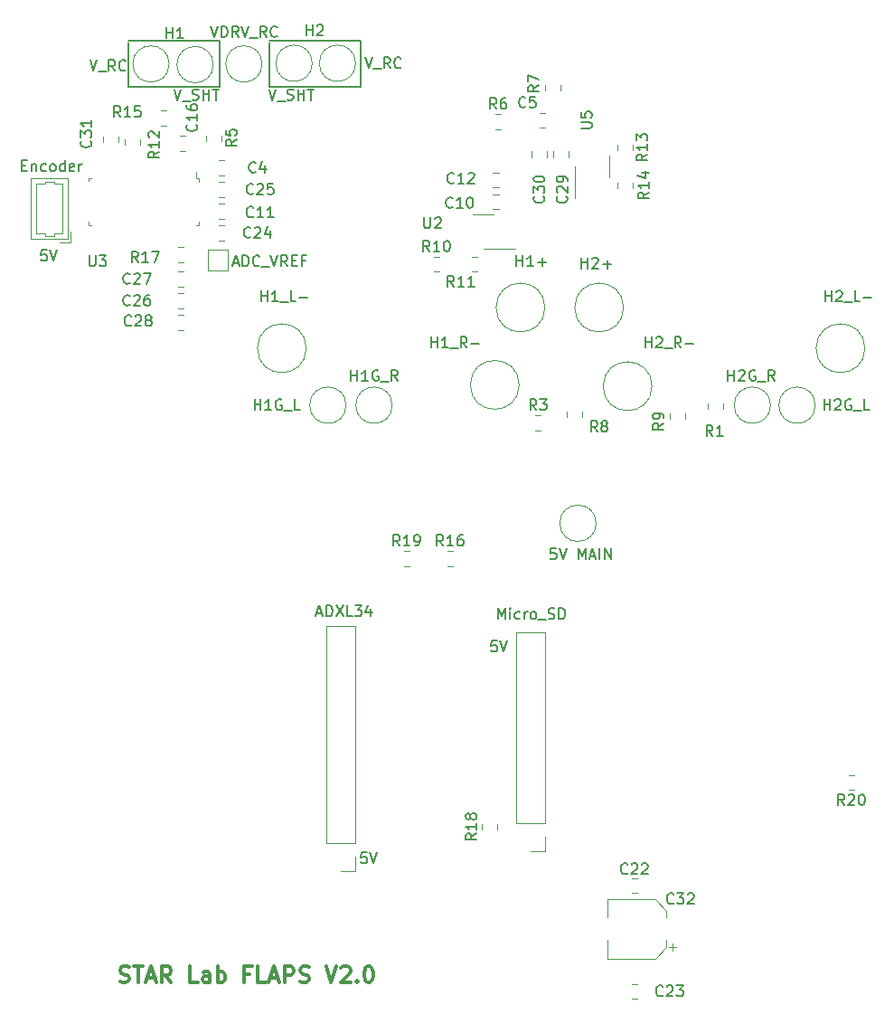
<source format=gbr>
G04 #@! TF.GenerationSoftware,KiCad,Pcbnew,(5.0.1)-3*
G04 #@! TF.CreationDate,2019-01-09T23:58:32-05:00*
G04 #@! TF.ProjectId,SMA_Driver_V1,534D415F4472697665725F56312E6B69,rev?*
G04 #@! TF.SameCoordinates,Original*
G04 #@! TF.FileFunction,Legend,Top*
G04 #@! TF.FilePolarity,Positive*
%FSLAX46Y46*%
G04 Gerber Fmt 4.6, Leading zero omitted, Abs format (unit mm)*
G04 Created by KiCad (PCBNEW (5.0.1)-3) date 1/9/2019 23:58:32*
%MOMM*%
%LPD*%
G01*
G04 APERTURE LIST*
%ADD10C,0.150000*%
%ADD11C,0.200000*%
%ADD12C,0.300000*%
%ADD13C,0.120000*%
%ADD14C,0.100000*%
G04 APERTURE END LIST*
D10*
X46918952Y-55824380D02*
X46918952Y-54824380D01*
X47252285Y-55538666D01*
X47585619Y-54824380D01*
X47585619Y-55824380D01*
X48061809Y-55824380D02*
X48061809Y-55157714D01*
X48061809Y-54824380D02*
X48014190Y-54872000D01*
X48061809Y-54919619D01*
X48109428Y-54872000D01*
X48061809Y-54824380D01*
X48061809Y-54919619D01*
X48966571Y-55776761D02*
X48871333Y-55824380D01*
X48680857Y-55824380D01*
X48585619Y-55776761D01*
X48538000Y-55729142D01*
X48490380Y-55633904D01*
X48490380Y-55348190D01*
X48538000Y-55252952D01*
X48585619Y-55205333D01*
X48680857Y-55157714D01*
X48871333Y-55157714D01*
X48966571Y-55205333D01*
X49395142Y-55824380D02*
X49395142Y-55157714D01*
X49395142Y-55348190D02*
X49442761Y-55252952D01*
X49490380Y-55205333D01*
X49585619Y-55157714D01*
X49680857Y-55157714D01*
X50157047Y-55824380D02*
X50061809Y-55776761D01*
X50014190Y-55729142D01*
X49966571Y-55633904D01*
X49966571Y-55348190D01*
X50014190Y-55252952D01*
X50061809Y-55205333D01*
X50157047Y-55157714D01*
X50299904Y-55157714D01*
X50395142Y-55205333D01*
X50442761Y-55252952D01*
X50490380Y-55348190D01*
X50490380Y-55633904D01*
X50442761Y-55729142D01*
X50395142Y-55776761D01*
X50299904Y-55824380D01*
X50157047Y-55824380D01*
X50680857Y-55919619D02*
X51442761Y-55919619D01*
X51633238Y-55776761D02*
X51776095Y-55824380D01*
X52014190Y-55824380D01*
X52109428Y-55776761D01*
X52157047Y-55729142D01*
X52204666Y-55633904D01*
X52204666Y-55538666D01*
X52157047Y-55443428D01*
X52109428Y-55395809D01*
X52014190Y-55348190D01*
X51823714Y-55300571D01*
X51728476Y-55252952D01*
X51680857Y-55205333D01*
X51633238Y-55110095D01*
X51633238Y-55014857D01*
X51680857Y-54919619D01*
X51728476Y-54872000D01*
X51823714Y-54824380D01*
X52061809Y-54824380D01*
X52204666Y-54872000D01*
X52633238Y-55824380D02*
X52633238Y-54824380D01*
X52871333Y-54824380D01*
X53014190Y-54872000D01*
X53109428Y-54967238D01*
X53157047Y-55062476D01*
X53204666Y-55252952D01*
X53204666Y-55395809D01*
X53157047Y-55586285D01*
X53109428Y-55681523D01*
X53014190Y-55776761D01*
X52871333Y-55824380D01*
X52633238Y-55824380D01*
X29940571Y-55284666D02*
X30416761Y-55284666D01*
X29845333Y-55570380D02*
X30178666Y-54570380D01*
X30512000Y-55570380D01*
X30845333Y-55570380D02*
X30845333Y-54570380D01*
X31083428Y-54570380D01*
X31226285Y-54618000D01*
X31321523Y-54713238D01*
X31369142Y-54808476D01*
X31416761Y-54998952D01*
X31416761Y-55141809D01*
X31369142Y-55332285D01*
X31321523Y-55427523D01*
X31226285Y-55522761D01*
X31083428Y-55570380D01*
X30845333Y-55570380D01*
X31750095Y-54570380D02*
X32416761Y-55570380D01*
X32416761Y-54570380D02*
X31750095Y-55570380D01*
X33273904Y-55570380D02*
X32797714Y-55570380D01*
X32797714Y-54570380D01*
X33512000Y-54570380D02*
X34131047Y-54570380D01*
X33797714Y-54951333D01*
X33940571Y-54951333D01*
X34035809Y-54998952D01*
X34083428Y-55046571D01*
X34131047Y-55141809D01*
X34131047Y-55379904D01*
X34083428Y-55475142D01*
X34035809Y-55522761D01*
X33940571Y-55570380D01*
X33654857Y-55570380D01*
X33559619Y-55522761D01*
X33512000Y-55475142D01*
X34988190Y-54903714D02*
X34988190Y-55570380D01*
X34750095Y-54522761D02*
X34512000Y-55237047D01*
X35131047Y-55237047D01*
X46799523Y-57872380D02*
X46323333Y-57872380D01*
X46275714Y-58348571D01*
X46323333Y-58300952D01*
X46418571Y-58253333D01*
X46656666Y-58253333D01*
X46751904Y-58300952D01*
X46799523Y-58348571D01*
X46847142Y-58443809D01*
X46847142Y-58681904D01*
X46799523Y-58777142D01*
X46751904Y-58824761D01*
X46656666Y-58872380D01*
X46418571Y-58872380D01*
X46323333Y-58824761D01*
X46275714Y-58777142D01*
X47132857Y-57872380D02*
X47466190Y-58872380D01*
X47799523Y-57872380D01*
X34607523Y-77684380D02*
X34131333Y-77684380D01*
X34083714Y-78160571D01*
X34131333Y-78112952D01*
X34226571Y-78065333D01*
X34464666Y-78065333D01*
X34559904Y-78112952D01*
X34607523Y-78160571D01*
X34655142Y-78255809D01*
X34655142Y-78493904D01*
X34607523Y-78589142D01*
X34559904Y-78636761D01*
X34464666Y-78684380D01*
X34226571Y-78684380D01*
X34131333Y-78636761D01*
X34083714Y-78589142D01*
X34940857Y-77684380D02*
X35274190Y-78684380D01*
X35607523Y-77684380D01*
X52340166Y-49236380D02*
X51863976Y-49236380D01*
X51816357Y-49712571D01*
X51863976Y-49664952D01*
X51959214Y-49617333D01*
X52197309Y-49617333D01*
X52292547Y-49664952D01*
X52340166Y-49712571D01*
X52387785Y-49807809D01*
X52387785Y-50045904D01*
X52340166Y-50141142D01*
X52292547Y-50188761D01*
X52197309Y-50236380D01*
X51959214Y-50236380D01*
X51863976Y-50188761D01*
X51816357Y-50141142D01*
X52673500Y-49236380D02*
X53006833Y-50236380D01*
X53340166Y-49236380D01*
X54435404Y-50236380D02*
X54435404Y-49236380D01*
X54768738Y-49950666D01*
X55102071Y-49236380D01*
X55102071Y-50236380D01*
X55530642Y-49950666D02*
X56006833Y-49950666D01*
X55435404Y-50236380D02*
X55768738Y-49236380D01*
X56102071Y-50236380D01*
X56435404Y-50236380D02*
X56435404Y-49236380D01*
X56911595Y-50236380D02*
X56911595Y-49236380D01*
X57483023Y-50236380D01*
X57483023Y-49236380D01*
X22098428Y-22518666D02*
X22574619Y-22518666D01*
X22003190Y-22804380D02*
X22336523Y-21804380D01*
X22669857Y-22804380D01*
X23003190Y-22804380D02*
X23003190Y-21804380D01*
X23241285Y-21804380D01*
X23384142Y-21852000D01*
X23479380Y-21947238D01*
X23527000Y-22042476D01*
X23574619Y-22232952D01*
X23574619Y-22375809D01*
X23527000Y-22566285D01*
X23479380Y-22661523D01*
X23384142Y-22756761D01*
X23241285Y-22804380D01*
X23003190Y-22804380D01*
X24574619Y-22709142D02*
X24527000Y-22756761D01*
X24384142Y-22804380D01*
X24288904Y-22804380D01*
X24146047Y-22756761D01*
X24050809Y-22661523D01*
X24003190Y-22566285D01*
X23955571Y-22375809D01*
X23955571Y-22232952D01*
X24003190Y-22042476D01*
X24050809Y-21947238D01*
X24146047Y-21852000D01*
X24288904Y-21804380D01*
X24384142Y-21804380D01*
X24527000Y-21852000D01*
X24574619Y-21899619D01*
X24765095Y-22899619D02*
X25527000Y-22899619D01*
X25622238Y-21804380D02*
X25955571Y-22804380D01*
X26288904Y-21804380D01*
X27193666Y-22804380D02*
X26860333Y-22328190D01*
X26622238Y-22804380D02*
X26622238Y-21804380D01*
X27003190Y-21804380D01*
X27098428Y-21852000D01*
X27146047Y-21899619D01*
X27193666Y-21994857D01*
X27193666Y-22137714D01*
X27146047Y-22232952D01*
X27098428Y-22280571D01*
X27003190Y-22328190D01*
X26622238Y-22328190D01*
X27622238Y-22280571D02*
X27955571Y-22280571D01*
X28098428Y-22804380D02*
X27622238Y-22804380D01*
X27622238Y-21804380D01*
X28098428Y-21804380D01*
X28860333Y-22280571D02*
X28527000Y-22280571D01*
X28527000Y-22804380D02*
X28527000Y-21804380D01*
X29003190Y-21804380D01*
X20034642Y-341380D02*
X20367976Y-1341380D01*
X20701309Y-341380D01*
X21034642Y-1341380D02*
X21034642Y-341380D01*
X21272738Y-341380D01*
X21415595Y-389000D01*
X21510833Y-484238D01*
X21558452Y-579476D01*
X21606071Y-769952D01*
X21606071Y-912809D01*
X21558452Y-1103285D01*
X21510833Y-1198523D01*
X21415595Y-1293761D01*
X21272738Y-1341380D01*
X21034642Y-1341380D01*
X22606071Y-1341380D02*
X22272738Y-865190D01*
X22034642Y-1341380D02*
X22034642Y-341380D01*
X22415595Y-341380D01*
X22510833Y-389000D01*
X22558452Y-436619D01*
X22606071Y-531857D01*
X22606071Y-674714D01*
X22558452Y-769952D01*
X22510833Y-817571D01*
X22415595Y-865190D01*
X22034642Y-865190D01*
X22891785Y-341380D02*
X23225119Y-1341380D01*
X23558452Y-341380D01*
X23653690Y-1436619D02*
X24415595Y-1436619D01*
X25225119Y-1341380D02*
X24891785Y-865190D01*
X24653690Y-1341380D02*
X24653690Y-341380D01*
X25034642Y-341380D01*
X25129880Y-389000D01*
X25177500Y-436619D01*
X25225119Y-531857D01*
X25225119Y-674714D01*
X25177500Y-769952D01*
X25129880Y-817571D01*
X25034642Y-865190D01*
X24653690Y-865190D01*
X26225119Y-1246142D02*
X26177500Y-1293761D01*
X26034642Y-1341380D01*
X25939404Y-1341380D01*
X25796547Y-1293761D01*
X25701309Y-1198523D01*
X25653690Y-1103285D01*
X25606071Y-912809D01*
X25606071Y-769952D01*
X25653690Y-579476D01*
X25701309Y-484238D01*
X25796547Y-389000D01*
X25939404Y-341380D01*
X26034642Y-341380D01*
X26177500Y-389000D01*
X26225119Y-436619D01*
X28956095Y-1214380D02*
X28956095Y-214380D01*
X28956095Y-690571D02*
X29527523Y-690571D01*
X29527523Y-1214380D02*
X29527523Y-214380D01*
X29956095Y-309619D02*
X30003714Y-262000D01*
X30098952Y-214380D01*
X30337047Y-214380D01*
X30432285Y-262000D01*
X30479904Y-309619D01*
X30527523Y-404857D01*
X30527523Y-500095D01*
X30479904Y-642952D01*
X29908476Y-1214380D01*
X30527523Y-1214380D01*
X15875095Y-1468380D02*
X15875095Y-468380D01*
X15875095Y-944571D02*
X16446523Y-944571D01*
X16446523Y-1468380D02*
X16446523Y-468380D01*
X17446523Y-1468380D02*
X16875095Y-1468380D01*
X17160809Y-1468380D02*
X17160809Y-468380D01*
X17065571Y-611238D01*
X16970333Y-706476D01*
X16875095Y-754095D01*
X34480714Y-3263380D02*
X34814047Y-4263380D01*
X35147380Y-3263380D01*
X35242619Y-4358619D02*
X36004523Y-4358619D01*
X36814047Y-4263380D02*
X36480714Y-3787190D01*
X36242619Y-4263380D02*
X36242619Y-3263380D01*
X36623571Y-3263380D01*
X36718809Y-3311000D01*
X36766428Y-3358619D01*
X36814047Y-3453857D01*
X36814047Y-3596714D01*
X36766428Y-3691952D01*
X36718809Y-3739571D01*
X36623571Y-3787190D01*
X36242619Y-3787190D01*
X37814047Y-4168142D02*
X37766428Y-4215761D01*
X37623571Y-4263380D01*
X37528333Y-4263380D01*
X37385476Y-4215761D01*
X37290238Y-4120523D01*
X37242619Y-4025285D01*
X37195000Y-3834809D01*
X37195000Y-3691952D01*
X37242619Y-3501476D01*
X37290238Y-3406238D01*
X37385476Y-3311000D01*
X37528333Y-3263380D01*
X37623571Y-3263380D01*
X37766428Y-3311000D01*
X37814047Y-3358619D01*
X8699714Y-3517380D02*
X9033047Y-4517380D01*
X9366380Y-3517380D01*
X9461619Y-4612619D02*
X10223523Y-4612619D01*
X11033047Y-4517380D02*
X10699714Y-4041190D01*
X10461619Y-4517380D02*
X10461619Y-3517380D01*
X10842571Y-3517380D01*
X10937809Y-3565000D01*
X10985428Y-3612619D01*
X11033047Y-3707857D01*
X11033047Y-3850714D01*
X10985428Y-3945952D01*
X10937809Y-3993571D01*
X10842571Y-4041190D01*
X10461619Y-4041190D01*
X12033047Y-4422142D02*
X11985428Y-4469761D01*
X11842571Y-4517380D01*
X11747333Y-4517380D01*
X11604476Y-4469761D01*
X11509238Y-4374523D01*
X11461619Y-4279285D01*
X11414000Y-4088809D01*
X11414000Y-3945952D01*
X11461619Y-3755476D01*
X11509238Y-3660238D01*
X11604476Y-3565000D01*
X11747333Y-3517380D01*
X11842571Y-3517380D01*
X11985428Y-3565000D01*
X12033047Y-3612619D01*
X25463761Y-6247380D02*
X25797095Y-7247380D01*
X26130428Y-6247380D01*
X26225666Y-7342619D02*
X26987571Y-7342619D01*
X27178047Y-7199761D02*
X27320904Y-7247380D01*
X27559000Y-7247380D01*
X27654238Y-7199761D01*
X27701857Y-7152142D01*
X27749476Y-7056904D01*
X27749476Y-6961666D01*
X27701857Y-6866428D01*
X27654238Y-6818809D01*
X27559000Y-6771190D01*
X27368523Y-6723571D01*
X27273285Y-6675952D01*
X27225666Y-6628333D01*
X27178047Y-6533095D01*
X27178047Y-6437857D01*
X27225666Y-6342619D01*
X27273285Y-6295000D01*
X27368523Y-6247380D01*
X27606619Y-6247380D01*
X27749476Y-6295000D01*
X28178047Y-7247380D02*
X28178047Y-6247380D01*
X28178047Y-6723571D02*
X28749476Y-6723571D01*
X28749476Y-7247380D02*
X28749476Y-6247380D01*
X29082809Y-6247380D02*
X29654238Y-6247380D01*
X29368523Y-7247380D02*
X29368523Y-6247380D01*
X16573761Y-6247380D02*
X16907095Y-7247380D01*
X17240428Y-6247380D01*
X17335666Y-7342619D02*
X18097571Y-7342619D01*
X18288047Y-7199761D02*
X18430904Y-7247380D01*
X18669000Y-7247380D01*
X18764238Y-7199761D01*
X18811857Y-7152142D01*
X18859476Y-7056904D01*
X18859476Y-6961666D01*
X18811857Y-6866428D01*
X18764238Y-6818809D01*
X18669000Y-6771190D01*
X18478523Y-6723571D01*
X18383285Y-6675952D01*
X18335666Y-6628333D01*
X18288047Y-6533095D01*
X18288047Y-6437857D01*
X18335666Y-6342619D01*
X18383285Y-6295000D01*
X18478523Y-6247380D01*
X18716619Y-6247380D01*
X18859476Y-6295000D01*
X19288047Y-7247380D02*
X19288047Y-6247380D01*
X19288047Y-6723571D02*
X19859476Y-6723571D01*
X19859476Y-7247380D02*
X19859476Y-6247380D01*
X20192809Y-6247380D02*
X20764238Y-6247380D01*
X20478523Y-7247380D02*
X20478523Y-6247380D01*
D11*
X34036000Y-1714500D02*
X34036000Y-6032500D01*
X34036000Y-6032500D02*
X25527000Y-6032500D01*
X25527000Y-1714500D02*
X34036000Y-1714500D01*
X25527000Y-6032500D02*
X25527000Y-1841500D01*
X12319000Y-6032500D02*
X12319000Y-1841500D01*
X20828000Y-6032500D02*
X12319000Y-6032500D01*
X20828000Y-1714500D02*
X20828000Y-6032500D01*
X12319000Y-1714500D02*
X20828000Y-1714500D01*
D10*
X4635523Y-21296380D02*
X4159333Y-21296380D01*
X4111714Y-21772571D01*
X4159333Y-21724952D01*
X4254571Y-21677333D01*
X4492666Y-21677333D01*
X4587904Y-21724952D01*
X4635523Y-21772571D01*
X4683142Y-21867809D01*
X4683142Y-22105904D01*
X4635523Y-22201142D01*
X4587904Y-22248761D01*
X4492666Y-22296380D01*
X4254571Y-22296380D01*
X4159333Y-22248761D01*
X4111714Y-22201142D01*
X4968857Y-21296380D02*
X5302190Y-22296380D01*
X5635523Y-21296380D01*
X2341904Y-13390571D02*
X2675238Y-13390571D01*
X2818095Y-13914380D02*
X2341904Y-13914380D01*
X2341904Y-12914380D01*
X2818095Y-12914380D01*
X3246666Y-13247714D02*
X3246666Y-13914380D01*
X3246666Y-13342952D02*
X3294285Y-13295333D01*
X3389523Y-13247714D01*
X3532380Y-13247714D01*
X3627619Y-13295333D01*
X3675238Y-13390571D01*
X3675238Y-13914380D01*
X4580000Y-13866761D02*
X4484761Y-13914380D01*
X4294285Y-13914380D01*
X4199047Y-13866761D01*
X4151428Y-13819142D01*
X4103809Y-13723904D01*
X4103809Y-13438190D01*
X4151428Y-13342952D01*
X4199047Y-13295333D01*
X4294285Y-13247714D01*
X4484761Y-13247714D01*
X4580000Y-13295333D01*
X5151428Y-13914380D02*
X5056190Y-13866761D01*
X5008571Y-13819142D01*
X4960952Y-13723904D01*
X4960952Y-13438190D01*
X5008571Y-13342952D01*
X5056190Y-13295333D01*
X5151428Y-13247714D01*
X5294285Y-13247714D01*
X5389523Y-13295333D01*
X5437142Y-13342952D01*
X5484761Y-13438190D01*
X5484761Y-13723904D01*
X5437142Y-13819142D01*
X5389523Y-13866761D01*
X5294285Y-13914380D01*
X5151428Y-13914380D01*
X6341904Y-13914380D02*
X6341904Y-12914380D01*
X6341904Y-13866761D02*
X6246666Y-13914380D01*
X6056190Y-13914380D01*
X5960952Y-13866761D01*
X5913333Y-13819142D01*
X5865714Y-13723904D01*
X5865714Y-13438190D01*
X5913333Y-13342952D01*
X5960952Y-13295333D01*
X6056190Y-13247714D01*
X6246666Y-13247714D01*
X6341904Y-13295333D01*
X7199047Y-13866761D02*
X7103809Y-13914380D01*
X6913333Y-13914380D01*
X6818095Y-13866761D01*
X6770476Y-13771523D01*
X6770476Y-13390571D01*
X6818095Y-13295333D01*
X6913333Y-13247714D01*
X7103809Y-13247714D01*
X7199047Y-13295333D01*
X7246666Y-13390571D01*
X7246666Y-13485809D01*
X6770476Y-13581047D01*
X7675238Y-13914380D02*
X7675238Y-13247714D01*
X7675238Y-13438190D02*
X7722857Y-13342952D01*
X7770476Y-13295333D01*
X7865714Y-13247714D01*
X7960952Y-13247714D01*
X24114380Y-36268380D02*
X24114380Y-35268380D01*
X24114380Y-35744571D02*
X24685809Y-35744571D01*
X24685809Y-36268380D02*
X24685809Y-35268380D01*
X25685809Y-36268380D02*
X25114380Y-36268380D01*
X25400095Y-36268380D02*
X25400095Y-35268380D01*
X25304857Y-35411238D01*
X25209619Y-35506476D01*
X25114380Y-35554095D01*
X26638190Y-35316000D02*
X26542952Y-35268380D01*
X26400095Y-35268380D01*
X26257238Y-35316000D01*
X26162000Y-35411238D01*
X26114380Y-35506476D01*
X26066761Y-35696952D01*
X26066761Y-35839809D01*
X26114380Y-36030285D01*
X26162000Y-36125523D01*
X26257238Y-36220761D01*
X26400095Y-36268380D01*
X26495333Y-36268380D01*
X26638190Y-36220761D01*
X26685809Y-36173142D01*
X26685809Y-35839809D01*
X26495333Y-35839809D01*
X26876285Y-36363619D02*
X27638190Y-36363619D01*
X28352476Y-36268380D02*
X27876285Y-36268380D01*
X27876285Y-35268380D01*
X33163142Y-33537380D02*
X33163142Y-32537380D01*
X33163142Y-33013571D02*
X33734571Y-33013571D01*
X33734571Y-33537380D02*
X33734571Y-32537380D01*
X34734571Y-33537380D02*
X34163142Y-33537380D01*
X34448857Y-33537380D02*
X34448857Y-32537380D01*
X34353619Y-32680238D01*
X34258380Y-32775476D01*
X34163142Y-32823095D01*
X35686952Y-32585000D02*
X35591714Y-32537380D01*
X35448857Y-32537380D01*
X35306000Y-32585000D01*
X35210761Y-32680238D01*
X35163142Y-32775476D01*
X35115523Y-32965952D01*
X35115523Y-33108809D01*
X35163142Y-33299285D01*
X35210761Y-33394523D01*
X35306000Y-33489761D01*
X35448857Y-33537380D01*
X35544095Y-33537380D01*
X35686952Y-33489761D01*
X35734571Y-33442142D01*
X35734571Y-33108809D01*
X35544095Y-33108809D01*
X35925047Y-33632619D02*
X36686952Y-33632619D01*
X37496476Y-33537380D02*
X37163142Y-33061190D01*
X36925047Y-33537380D02*
X36925047Y-32537380D01*
X37306000Y-32537380D01*
X37401238Y-32585000D01*
X37448857Y-32632619D01*
X37496476Y-32727857D01*
X37496476Y-32870714D01*
X37448857Y-32965952D01*
X37401238Y-33013571D01*
X37306000Y-33061190D01*
X36925047Y-33061190D01*
X24757333Y-26108380D02*
X24757333Y-25108380D01*
X24757333Y-25584571D02*
X25328761Y-25584571D01*
X25328761Y-26108380D02*
X25328761Y-25108380D01*
X26328761Y-26108380D02*
X25757333Y-26108380D01*
X26043047Y-26108380D02*
X26043047Y-25108380D01*
X25947809Y-25251238D01*
X25852571Y-25346476D01*
X25757333Y-25394095D01*
X26519238Y-26203619D02*
X27281142Y-26203619D01*
X27995428Y-26108380D02*
X27519238Y-26108380D01*
X27519238Y-25108380D01*
X28328761Y-25727428D02*
X29090666Y-25727428D01*
X77589333Y-26108380D02*
X77589333Y-25108380D01*
X77589333Y-25584571D02*
X78160761Y-25584571D01*
X78160761Y-26108380D02*
X78160761Y-25108380D01*
X78589333Y-25203619D02*
X78636952Y-25156000D01*
X78732190Y-25108380D01*
X78970285Y-25108380D01*
X79065523Y-25156000D01*
X79113142Y-25203619D01*
X79160761Y-25298857D01*
X79160761Y-25394095D01*
X79113142Y-25536952D01*
X78541714Y-26108380D01*
X79160761Y-26108380D01*
X79351238Y-26203619D02*
X80113142Y-26203619D01*
X80827428Y-26108380D02*
X80351238Y-26108380D01*
X80351238Y-25108380D01*
X81160761Y-25727428D02*
X81922666Y-25727428D01*
X77454380Y-36268380D02*
X77454380Y-35268380D01*
X77454380Y-35744571D02*
X78025809Y-35744571D01*
X78025809Y-36268380D02*
X78025809Y-35268380D01*
X78454380Y-35363619D02*
X78502000Y-35316000D01*
X78597238Y-35268380D01*
X78835333Y-35268380D01*
X78930571Y-35316000D01*
X78978190Y-35363619D01*
X79025809Y-35458857D01*
X79025809Y-35554095D01*
X78978190Y-35696952D01*
X78406761Y-36268380D01*
X79025809Y-36268380D01*
X79978190Y-35316000D02*
X79882952Y-35268380D01*
X79740095Y-35268380D01*
X79597238Y-35316000D01*
X79502000Y-35411238D01*
X79454380Y-35506476D01*
X79406761Y-35696952D01*
X79406761Y-35839809D01*
X79454380Y-36030285D01*
X79502000Y-36125523D01*
X79597238Y-36220761D01*
X79740095Y-36268380D01*
X79835333Y-36268380D01*
X79978190Y-36220761D01*
X80025809Y-36173142D01*
X80025809Y-35839809D01*
X79835333Y-35839809D01*
X80216285Y-36363619D02*
X80978190Y-36363619D01*
X81692476Y-36268380D02*
X81216285Y-36268380D01*
X81216285Y-35268380D01*
X68469142Y-33537380D02*
X68469142Y-32537380D01*
X68469142Y-33013571D02*
X69040571Y-33013571D01*
X69040571Y-33537380D02*
X69040571Y-32537380D01*
X69469142Y-32632619D02*
X69516761Y-32585000D01*
X69612000Y-32537380D01*
X69850095Y-32537380D01*
X69945333Y-32585000D01*
X69992952Y-32632619D01*
X70040571Y-32727857D01*
X70040571Y-32823095D01*
X69992952Y-32965952D01*
X69421523Y-33537380D01*
X70040571Y-33537380D01*
X70992952Y-32585000D02*
X70897714Y-32537380D01*
X70754857Y-32537380D01*
X70612000Y-32585000D01*
X70516761Y-32680238D01*
X70469142Y-32775476D01*
X70421523Y-32965952D01*
X70421523Y-33108809D01*
X70469142Y-33299285D01*
X70516761Y-33394523D01*
X70612000Y-33489761D01*
X70754857Y-33537380D01*
X70850095Y-33537380D01*
X70992952Y-33489761D01*
X71040571Y-33442142D01*
X71040571Y-33108809D01*
X70850095Y-33108809D01*
X71231047Y-33632619D02*
X71992952Y-33632619D01*
X72802476Y-33537380D02*
X72469142Y-33061190D01*
X72231047Y-33537380D02*
X72231047Y-32537380D01*
X72612000Y-32537380D01*
X72707238Y-32585000D01*
X72754857Y-32632619D01*
X72802476Y-32727857D01*
X72802476Y-32870714D01*
X72754857Y-32965952D01*
X72707238Y-33013571D01*
X72612000Y-33061190D01*
X72231047Y-33061190D01*
X60730095Y-30424380D02*
X60730095Y-29424380D01*
X60730095Y-29900571D02*
X61301523Y-29900571D01*
X61301523Y-30424380D02*
X61301523Y-29424380D01*
X61730095Y-29519619D02*
X61777714Y-29472000D01*
X61872952Y-29424380D01*
X62111047Y-29424380D01*
X62206285Y-29472000D01*
X62253904Y-29519619D01*
X62301523Y-29614857D01*
X62301523Y-29710095D01*
X62253904Y-29852952D01*
X61682476Y-30424380D01*
X62301523Y-30424380D01*
X62492000Y-30519619D02*
X63253904Y-30519619D01*
X64063428Y-30424380D02*
X63730095Y-29948190D01*
X63492000Y-30424380D02*
X63492000Y-29424380D01*
X63872952Y-29424380D01*
X63968190Y-29472000D01*
X64015809Y-29519619D01*
X64063428Y-29614857D01*
X64063428Y-29757714D01*
X64015809Y-29852952D01*
X63968190Y-29900571D01*
X63872952Y-29948190D01*
X63492000Y-29948190D01*
X64492000Y-30043428D02*
X65253904Y-30043428D01*
X40664095Y-30424380D02*
X40664095Y-29424380D01*
X40664095Y-29900571D02*
X41235523Y-29900571D01*
X41235523Y-30424380D02*
X41235523Y-29424380D01*
X42235523Y-30424380D02*
X41664095Y-30424380D01*
X41949809Y-30424380D02*
X41949809Y-29424380D01*
X41854571Y-29567238D01*
X41759333Y-29662476D01*
X41664095Y-29710095D01*
X42426000Y-30519619D02*
X43187904Y-30519619D01*
X43997428Y-30424380D02*
X43664095Y-29948190D01*
X43426000Y-30424380D02*
X43426000Y-29424380D01*
X43806952Y-29424380D01*
X43902190Y-29472000D01*
X43949809Y-29519619D01*
X43997428Y-29614857D01*
X43997428Y-29757714D01*
X43949809Y-29852952D01*
X43902190Y-29900571D01*
X43806952Y-29948190D01*
X43426000Y-29948190D01*
X44426000Y-30043428D02*
X45187904Y-30043428D01*
X54753047Y-22995380D02*
X54753047Y-21995380D01*
X54753047Y-22471571D02*
X55324476Y-22471571D01*
X55324476Y-22995380D02*
X55324476Y-21995380D01*
X55753047Y-22090619D02*
X55800666Y-22043000D01*
X55895904Y-21995380D01*
X56134000Y-21995380D01*
X56229238Y-22043000D01*
X56276857Y-22090619D01*
X56324476Y-22185857D01*
X56324476Y-22281095D01*
X56276857Y-22423952D01*
X55705428Y-22995380D01*
X56324476Y-22995380D01*
X56753047Y-22614428D02*
X57514952Y-22614428D01*
X57134000Y-22995380D02*
X57134000Y-22233476D01*
X48657047Y-22804380D02*
X48657047Y-21804380D01*
X48657047Y-22280571D02*
X49228476Y-22280571D01*
X49228476Y-22804380D02*
X49228476Y-21804380D01*
X50228476Y-22804380D02*
X49657047Y-22804380D01*
X49942761Y-22804380D02*
X49942761Y-21804380D01*
X49847523Y-21947238D01*
X49752285Y-22042476D01*
X49657047Y-22090095D01*
X50657047Y-22423428D02*
X51418952Y-22423428D01*
X51038000Y-22804380D02*
X51038000Y-22042476D01*
D12*
X11510857Y-89761142D02*
X11725142Y-89832571D01*
X12082285Y-89832571D01*
X12225142Y-89761142D01*
X12296571Y-89689714D01*
X12368000Y-89546857D01*
X12368000Y-89404000D01*
X12296571Y-89261142D01*
X12225142Y-89189714D01*
X12082285Y-89118285D01*
X11796571Y-89046857D01*
X11653714Y-88975428D01*
X11582285Y-88904000D01*
X11510857Y-88761142D01*
X11510857Y-88618285D01*
X11582285Y-88475428D01*
X11653714Y-88404000D01*
X11796571Y-88332571D01*
X12153714Y-88332571D01*
X12368000Y-88404000D01*
X12796571Y-88332571D02*
X13653714Y-88332571D01*
X13225142Y-89832571D02*
X13225142Y-88332571D01*
X14082285Y-89404000D02*
X14796571Y-89404000D01*
X13939428Y-89832571D02*
X14439428Y-88332571D01*
X14939428Y-89832571D01*
X16296571Y-89832571D02*
X15796571Y-89118285D01*
X15439428Y-89832571D02*
X15439428Y-88332571D01*
X16010857Y-88332571D01*
X16153714Y-88404000D01*
X16225142Y-88475428D01*
X16296571Y-88618285D01*
X16296571Y-88832571D01*
X16225142Y-88975428D01*
X16153714Y-89046857D01*
X16010857Y-89118285D01*
X15439428Y-89118285D01*
X18796571Y-89832571D02*
X18082285Y-89832571D01*
X18082285Y-88332571D01*
X19939428Y-89832571D02*
X19939428Y-89046857D01*
X19868000Y-88904000D01*
X19725142Y-88832571D01*
X19439428Y-88832571D01*
X19296571Y-88904000D01*
X19939428Y-89761142D02*
X19796571Y-89832571D01*
X19439428Y-89832571D01*
X19296571Y-89761142D01*
X19225142Y-89618285D01*
X19225142Y-89475428D01*
X19296571Y-89332571D01*
X19439428Y-89261142D01*
X19796571Y-89261142D01*
X19939428Y-89189714D01*
X20653714Y-89832571D02*
X20653714Y-88332571D01*
X20653714Y-88904000D02*
X20796571Y-88832571D01*
X21082285Y-88832571D01*
X21225142Y-88904000D01*
X21296571Y-88975428D01*
X21368000Y-89118285D01*
X21368000Y-89546857D01*
X21296571Y-89689714D01*
X21225142Y-89761142D01*
X21082285Y-89832571D01*
X20796571Y-89832571D01*
X20653714Y-89761142D01*
X23653714Y-89046857D02*
X23153714Y-89046857D01*
X23153714Y-89832571D02*
X23153714Y-88332571D01*
X23868000Y-88332571D01*
X25153714Y-89832571D02*
X24439428Y-89832571D01*
X24439428Y-88332571D01*
X25582285Y-89404000D02*
X26296571Y-89404000D01*
X25439428Y-89832571D02*
X25939428Y-88332571D01*
X26439428Y-89832571D01*
X26939428Y-89832571D02*
X26939428Y-88332571D01*
X27510857Y-88332571D01*
X27653714Y-88404000D01*
X27725142Y-88475428D01*
X27796571Y-88618285D01*
X27796571Y-88832571D01*
X27725142Y-88975428D01*
X27653714Y-89046857D01*
X27510857Y-89118285D01*
X26939428Y-89118285D01*
X28368000Y-89761142D02*
X28582285Y-89832571D01*
X28939428Y-89832571D01*
X29082285Y-89761142D01*
X29153714Y-89689714D01*
X29225142Y-89546857D01*
X29225142Y-89404000D01*
X29153714Y-89261142D01*
X29082285Y-89189714D01*
X28939428Y-89118285D01*
X28653714Y-89046857D01*
X28510857Y-88975428D01*
X28439428Y-88904000D01*
X28368000Y-88761142D01*
X28368000Y-88618285D01*
X28439428Y-88475428D01*
X28510857Y-88404000D01*
X28653714Y-88332571D01*
X29010857Y-88332571D01*
X29225142Y-88404000D01*
X30796571Y-88332571D02*
X31296571Y-89832571D01*
X31796571Y-88332571D01*
X32225142Y-88475428D02*
X32296571Y-88404000D01*
X32439428Y-88332571D01*
X32796571Y-88332571D01*
X32939428Y-88404000D01*
X33010857Y-88475428D01*
X33082285Y-88618285D01*
X33082285Y-88761142D01*
X33010857Y-88975428D01*
X32153714Y-89832571D01*
X33082285Y-89832571D01*
X33725142Y-89689714D02*
X33796571Y-89761142D01*
X33725142Y-89832571D01*
X33653714Y-89761142D01*
X33725142Y-89689714D01*
X33725142Y-89832571D01*
X34725142Y-88332571D02*
X34868000Y-88332571D01*
X35010857Y-88404000D01*
X35082285Y-88475428D01*
X35153714Y-88618285D01*
X35225142Y-88904000D01*
X35225142Y-89261142D01*
X35153714Y-89546857D01*
X35082285Y-89689714D01*
X35010857Y-89761142D01*
X34868000Y-89832571D01*
X34725142Y-89832571D01*
X34582285Y-89761142D01*
X34510857Y-89689714D01*
X34439428Y-89546857D01*
X34368000Y-89261142D01*
X34368000Y-88904000D01*
X34439428Y-88618285D01*
X34510857Y-88475428D01*
X34582285Y-88404000D01*
X34725142Y-88332571D01*
D13*
G04 #@! TO.C,R20*
X80268578Y-71830000D02*
X79751422Y-71830000D01*
X80268578Y-70410000D02*
X79751422Y-70410000D01*
G04 #@! TO.C,C32*
X57184000Y-82076000D02*
X57184000Y-83776000D01*
X57184000Y-87596000D02*
X57184000Y-85896000D01*
X61639563Y-87596000D02*
X57184000Y-87596000D01*
X61639563Y-82076000D02*
X57184000Y-82076000D01*
X62704000Y-83140437D02*
X62704000Y-83776000D01*
X62704000Y-86531563D02*
X62704000Y-85896000D01*
X62704000Y-86531563D02*
X61639563Y-87596000D01*
X62704000Y-83140437D02*
X61639563Y-82076000D01*
X63569000Y-86521000D02*
X62944000Y-86521000D01*
X63256500Y-86833500D02*
X63256500Y-86208500D01*
G04 #@! TO.C,C23*
X59428748Y-91388000D02*
X59951252Y-91388000D01*
X59428748Y-89968000D02*
X59951252Y-89968000D01*
G04 #@! TO.C,C22*
X59951252Y-81482000D02*
X59428748Y-81482000D01*
X59951252Y-80062000D02*
X59428748Y-80062000D01*
G04 #@! TO.C,TP22*
X19751000Y-21275000D02*
X21651000Y-21275000D01*
X21651000Y-21275000D02*
X21651000Y-23175000D01*
X21651000Y-23175000D02*
X19751000Y-23175000D01*
X19751000Y-23175000D02*
X19751000Y-21275000D01*
G04 #@! TO.C,TP17*
X72439000Y-35814000D02*
G75*
G03X72439000Y-35814000I-1700000J0D01*
G01*
G04 #@! TO.C,TP7*
X76630000Y-35814000D02*
G75*
G03X76630000Y-35814000I-1700000J0D01*
G01*
G04 #@! TO.C,TP11*
X61341000Y-34036000D02*
G75*
G03X61341000Y-34036000I-2286000J0D01*
G01*
G04 #@! TO.C,TP10*
X58674000Y-26670000D02*
G75*
G03X58674000Y-26670000I-2286000J0D01*
G01*
G04 #@! TO.C,TP8*
X81280000Y-30480000D02*
G75*
G03X81280000Y-30480000I-2286000J0D01*
G01*
G04 #@! TO.C,TP4*
X37006000Y-35814000D02*
G75*
G03X37006000Y-35814000I-1700000J0D01*
G01*
G04 #@! TO.C,TP6*
X32688000Y-35814000D02*
G75*
G03X32688000Y-35814000I-1700000J0D01*
G01*
G04 #@! TO.C,TP15*
X28956000Y-30480000D02*
G75*
G03X28956000Y-30480000I-2286000J0D01*
G01*
G04 #@! TO.C,TP16*
X51308000Y-26670000D02*
G75*
G03X51308000Y-26670000I-2286000J0D01*
G01*
G04 #@! TO.C,TP18*
X48895000Y-33909000D02*
G75*
G03X48895000Y-33909000I-2286000J0D01*
G01*
G04 #@! TO.C,C4*
X20744548Y-12879000D02*
X21267052Y-12879000D01*
X20744548Y-14299000D02*
X21267052Y-14299000D01*
G04 #@! TO.C,U2*
X44542200Y-17963400D02*
X46542200Y-17963400D01*
X45542200Y-21203400D02*
X48542200Y-21203400D01*
G04 #@! TO.C,R10*
X40889422Y-21896000D02*
X41406578Y-21896000D01*
X40889422Y-23316000D02*
X41406578Y-23316000D01*
G04 #@! TO.C,R14*
X59511000Y-15498578D02*
X59511000Y-14981422D01*
X58091000Y-15498578D02*
X58091000Y-14981422D01*
G04 #@! TO.C,R11*
X44962578Y-23316000D02*
X44445422Y-23316000D01*
X44962578Y-21896000D02*
X44445422Y-21896000D01*
G04 #@! TO.C,C29*
X53542000Y-12057748D02*
X53542000Y-12580252D01*
X52122000Y-12057748D02*
X52122000Y-12580252D01*
G04 #@! TO.C,C30*
X50090000Y-12057748D02*
X50090000Y-12580252D01*
X51510000Y-12057748D02*
X51510000Y-12580252D01*
G04 #@! TO.C,C31*
X9958000Y-11183252D02*
X9958000Y-10660748D01*
X11378000Y-11183252D02*
X11378000Y-10660748D01*
G04 #@! TO.C,J2*
X3174000Y-20279000D02*
X6594000Y-20279000D01*
X6594000Y-20279000D02*
X6594000Y-14559000D01*
X6594000Y-14559000D02*
X3174000Y-14559000D01*
X3174000Y-14559000D02*
X3174000Y-20279000D01*
X6084000Y-17419000D02*
X6084000Y-19769000D01*
X6084000Y-19769000D02*
X5334000Y-19769000D01*
X5334000Y-19769000D02*
X5334000Y-19969000D01*
X5334000Y-19969000D02*
X4534000Y-19969000D01*
X4534000Y-19969000D02*
X4534000Y-19769000D01*
X4534000Y-19769000D02*
X3684000Y-19769000D01*
X3684000Y-19769000D02*
X3684000Y-17419000D01*
X6084000Y-17419000D02*
X6084000Y-15069000D01*
X6084000Y-15069000D02*
X5334000Y-15069000D01*
X5334000Y-15069000D02*
X5334000Y-14869000D01*
X5334000Y-14869000D02*
X4534000Y-14869000D01*
X4534000Y-14869000D02*
X4534000Y-15069000D01*
X4534000Y-15069000D02*
X3684000Y-15069000D01*
X3684000Y-15069000D02*
X3684000Y-17419000D01*
X6884000Y-20569000D02*
X5884000Y-20569000D01*
X6884000Y-20569000D02*
X6884000Y-19569000D01*
G04 #@! TO.C,U5*
X57373000Y-12462000D02*
X57373000Y-14462000D01*
X54133000Y-13462000D02*
X54133000Y-16462000D01*
G04 #@! TO.C,R15*
X11990000Y-11434578D02*
X11990000Y-10917422D01*
X13410000Y-11434578D02*
X13410000Y-10917422D01*
G04 #@! TO.C,R19*
X38095422Y-50875000D02*
X38612578Y-50875000D01*
X38095422Y-49455000D02*
X38612578Y-49455000D01*
G04 #@! TO.C,R16*
X42159422Y-49455000D02*
X42676578Y-49455000D01*
X42159422Y-50875000D02*
X42676578Y-50875000D01*
G04 #@! TO.C,R13*
X59511000Y-11425422D02*
X59511000Y-11942578D01*
X58091000Y-11425422D02*
X58091000Y-11942578D01*
G04 #@! TO.C,R1*
X66600000Y-35633922D02*
X66600000Y-36151078D01*
X68020000Y-35633922D02*
X68020000Y-36151078D01*
G04 #@! TO.C,R9*
X63044000Y-37088578D02*
X63044000Y-36571422D01*
X64464000Y-37088578D02*
X64464000Y-36571422D01*
G04 #@! TO.C,TP21*
X33577000Y-3810000D02*
G75*
G03X33577000Y-3810000I-1700000J0D01*
G01*
G04 #@! TO.C,TP20*
X29513000Y-3810000D02*
G75*
G03X29513000Y-3810000I-1700000J0D01*
G01*
G04 #@! TO.C,C11*
X20744548Y-18363000D02*
X21267052Y-18363000D01*
X20744548Y-16943000D02*
X21267052Y-16943000D01*
G04 #@! TO.C,C28*
X17457052Y-28777000D02*
X16934548Y-28777000D01*
X17457052Y-27357000D02*
X16934548Y-27357000D01*
G04 #@! TO.C,C5*
X50792748Y-9854000D02*
X51315252Y-9854000D01*
X50792748Y-8434000D02*
X51315252Y-8434000D01*
G04 #@! TO.C,C10*
X46449348Y-16054000D02*
X46971852Y-16054000D01*
X46449348Y-17474000D02*
X46971852Y-17474000D01*
G04 #@! TO.C,C12*
X46449348Y-15442000D02*
X46971852Y-15442000D01*
X46449348Y-14022000D02*
X46971852Y-14022000D01*
G04 #@! TO.C,C16*
X15831452Y-8218100D02*
X15308948Y-8218100D01*
X15831452Y-9638100D02*
X15308948Y-9638100D01*
G04 #@! TO.C,C24*
X20744548Y-18975000D02*
X21267052Y-18975000D01*
X20744548Y-20395000D02*
X21267052Y-20395000D01*
G04 #@! TO.C,C25*
X20744548Y-16331000D02*
X21267052Y-16331000D01*
X20744548Y-14911000D02*
X21267052Y-14911000D01*
G04 #@! TO.C,C26*
X17457052Y-25325000D02*
X16934548Y-25325000D01*
X17457052Y-26745000D02*
X16934548Y-26745000D01*
G04 #@! TO.C,C27*
X17457052Y-24713000D02*
X16934548Y-24713000D01*
X17457052Y-23293000D02*
X16934548Y-23293000D01*
G04 #@! TO.C,R3*
X50414422Y-38175000D02*
X50931578Y-38175000D01*
X50414422Y-36755000D02*
X50931578Y-36755000D01*
G04 #@! TO.C,R5*
X21004600Y-11104378D02*
X21004600Y-10587222D01*
X19584600Y-11104378D02*
X19584600Y-10587222D01*
G04 #@! TO.C,R6*
X46682922Y-9981000D02*
X47200078Y-9981000D01*
X46682922Y-8561000D02*
X47200078Y-8561000D01*
G04 #@! TO.C,R7*
X52780000Y-6354578D02*
X52780000Y-5837422D01*
X51360000Y-6354578D02*
X51360000Y-5837422D01*
G04 #@! TO.C,R8*
X53392000Y-36961578D02*
X53392000Y-36444422D01*
X54812000Y-36961578D02*
X54812000Y-36444422D01*
G04 #@! TO.C,R12*
X17140422Y-12013000D02*
X17657578Y-12013000D01*
X17140422Y-10593000D02*
X17657578Y-10593000D01*
G04 #@! TO.C,R17*
X17454378Y-22427000D02*
X16937222Y-22427000D01*
X17454378Y-21007000D02*
X16937222Y-21007000D01*
G04 #@! TO.C,R18*
X46861800Y-75003922D02*
X46861800Y-75521078D01*
X45441800Y-75003922D02*
X45441800Y-75521078D01*
G04 #@! TO.C,TP5*
X24814000Y-3873500D02*
G75*
G03X24814000Y-3873500I-1700000J0D01*
G01*
G04 #@! TO.C,TP13*
X56106800Y-46863000D02*
G75*
G03X56106800Y-46863000I-1700000J0D01*
G01*
G04 #@! TO.C,TP14*
X20242000Y-3937000D02*
G75*
G03X20242000Y-3937000I-1700000J0D01*
G01*
D14*
G04 #@! TO.C,U3*
X8541400Y-18938600D02*
X8541400Y-18638600D01*
X8541400Y-18938600D02*
X8841400Y-18938600D01*
X18941400Y-18938600D02*
X18941400Y-18638600D01*
X8841400Y-14538600D02*
X8541400Y-14538600D01*
X8541400Y-14538600D02*
X8541400Y-14838600D01*
X18941400Y-14938600D02*
X18941400Y-14538600D01*
X18941400Y-14538600D02*
X18641400Y-14538600D01*
X18641400Y-14538600D02*
X18641400Y-13938600D01*
X18641400Y-18938600D02*
X18941400Y-18938600D01*
D13*
G04 #@! TO.C,U4*
X51291800Y-57090000D02*
X48631800Y-57090000D01*
X51291800Y-74930000D02*
X51291800Y-57090000D01*
X48631800Y-74930000D02*
X48631800Y-57090000D01*
X51291800Y-74930000D02*
X48631800Y-74930000D01*
X51291800Y-76200000D02*
X51291800Y-77530000D01*
X51291800Y-77530000D02*
X49961800Y-77530000D01*
G04 #@! TO.C,A2*
X33511800Y-56455000D02*
X30851800Y-56455000D01*
X33511800Y-76835000D02*
X33511800Y-56455000D01*
X30851800Y-76835000D02*
X30851800Y-56455000D01*
X33511800Y-76835000D02*
X30851800Y-76835000D01*
X33511800Y-78105000D02*
X33511800Y-79435000D01*
X33511800Y-79435000D02*
X32181800Y-79435000D01*
G04 #@! TO.C,TP19*
X16114500Y-3873500D02*
G75*
G03X16114500Y-3873500I-1700000J0D01*
G01*
G04 #@! TO.C,R20*
D10*
X79367142Y-73222380D02*
X79033809Y-72746190D01*
X78795714Y-73222380D02*
X78795714Y-72222380D01*
X79176666Y-72222380D01*
X79271904Y-72270000D01*
X79319523Y-72317619D01*
X79367142Y-72412857D01*
X79367142Y-72555714D01*
X79319523Y-72650952D01*
X79271904Y-72698571D01*
X79176666Y-72746190D01*
X78795714Y-72746190D01*
X79748095Y-72317619D02*
X79795714Y-72270000D01*
X79890952Y-72222380D01*
X80129047Y-72222380D01*
X80224285Y-72270000D01*
X80271904Y-72317619D01*
X80319523Y-72412857D01*
X80319523Y-72508095D01*
X80271904Y-72650952D01*
X79700476Y-73222380D01*
X80319523Y-73222380D01*
X80938571Y-72222380D02*
X81033809Y-72222380D01*
X81129047Y-72270000D01*
X81176666Y-72317619D01*
X81224285Y-72412857D01*
X81271904Y-72603333D01*
X81271904Y-72841428D01*
X81224285Y-73031904D01*
X81176666Y-73127142D01*
X81129047Y-73174761D01*
X81033809Y-73222380D01*
X80938571Y-73222380D01*
X80843333Y-73174761D01*
X80795714Y-73127142D01*
X80748095Y-73031904D01*
X80700476Y-72841428D01*
X80700476Y-72603333D01*
X80748095Y-72412857D01*
X80795714Y-72317619D01*
X80843333Y-72270000D01*
X80938571Y-72222380D01*
G04 #@! TO.C,C32*
X63365142Y-82399142D02*
X63317523Y-82446761D01*
X63174666Y-82494380D01*
X63079428Y-82494380D01*
X62936571Y-82446761D01*
X62841333Y-82351523D01*
X62793714Y-82256285D01*
X62746095Y-82065809D01*
X62746095Y-81922952D01*
X62793714Y-81732476D01*
X62841333Y-81637238D01*
X62936571Y-81542000D01*
X63079428Y-81494380D01*
X63174666Y-81494380D01*
X63317523Y-81542000D01*
X63365142Y-81589619D01*
X63698476Y-81494380D02*
X64317523Y-81494380D01*
X63984190Y-81875333D01*
X64127047Y-81875333D01*
X64222285Y-81922952D01*
X64269904Y-81970571D01*
X64317523Y-82065809D01*
X64317523Y-82303904D01*
X64269904Y-82399142D01*
X64222285Y-82446761D01*
X64127047Y-82494380D01*
X63841333Y-82494380D01*
X63746095Y-82446761D01*
X63698476Y-82399142D01*
X64698476Y-81589619D02*
X64746095Y-81542000D01*
X64841333Y-81494380D01*
X65079428Y-81494380D01*
X65174666Y-81542000D01*
X65222285Y-81589619D01*
X65269904Y-81684857D01*
X65269904Y-81780095D01*
X65222285Y-81922952D01*
X64650857Y-82494380D01*
X65269904Y-82494380D01*
G04 #@! TO.C,C23*
X62349142Y-91035142D02*
X62301523Y-91082761D01*
X62158666Y-91130380D01*
X62063428Y-91130380D01*
X61920571Y-91082761D01*
X61825333Y-90987523D01*
X61777714Y-90892285D01*
X61730095Y-90701809D01*
X61730095Y-90558952D01*
X61777714Y-90368476D01*
X61825333Y-90273238D01*
X61920571Y-90178000D01*
X62063428Y-90130380D01*
X62158666Y-90130380D01*
X62301523Y-90178000D01*
X62349142Y-90225619D01*
X62730095Y-90225619D02*
X62777714Y-90178000D01*
X62872952Y-90130380D01*
X63111047Y-90130380D01*
X63206285Y-90178000D01*
X63253904Y-90225619D01*
X63301523Y-90320857D01*
X63301523Y-90416095D01*
X63253904Y-90558952D01*
X62682476Y-91130380D01*
X63301523Y-91130380D01*
X63634857Y-90130380D02*
X64253904Y-90130380D01*
X63920571Y-90511333D01*
X64063428Y-90511333D01*
X64158666Y-90558952D01*
X64206285Y-90606571D01*
X64253904Y-90701809D01*
X64253904Y-90939904D01*
X64206285Y-91035142D01*
X64158666Y-91082761D01*
X64063428Y-91130380D01*
X63777714Y-91130380D01*
X63682476Y-91082761D01*
X63634857Y-91035142D01*
G04 #@! TO.C,C22*
X59047142Y-79605142D02*
X58999523Y-79652761D01*
X58856666Y-79700380D01*
X58761428Y-79700380D01*
X58618571Y-79652761D01*
X58523333Y-79557523D01*
X58475714Y-79462285D01*
X58428095Y-79271809D01*
X58428095Y-79128952D01*
X58475714Y-78938476D01*
X58523333Y-78843238D01*
X58618571Y-78748000D01*
X58761428Y-78700380D01*
X58856666Y-78700380D01*
X58999523Y-78748000D01*
X59047142Y-78795619D01*
X59428095Y-78795619D02*
X59475714Y-78748000D01*
X59570952Y-78700380D01*
X59809047Y-78700380D01*
X59904285Y-78748000D01*
X59951904Y-78795619D01*
X59999523Y-78890857D01*
X59999523Y-78986095D01*
X59951904Y-79128952D01*
X59380476Y-79700380D01*
X59999523Y-79700380D01*
X60380476Y-78795619D02*
X60428095Y-78748000D01*
X60523333Y-78700380D01*
X60761428Y-78700380D01*
X60856666Y-78748000D01*
X60904285Y-78795619D01*
X60951904Y-78890857D01*
X60951904Y-78986095D01*
X60904285Y-79128952D01*
X60332857Y-79700380D01*
X60951904Y-79700380D01*
G04 #@! TO.C,C4*
X24217333Y-13946142D02*
X24169714Y-13993761D01*
X24026857Y-14041380D01*
X23931619Y-14041380D01*
X23788761Y-13993761D01*
X23693523Y-13898523D01*
X23645904Y-13803285D01*
X23598285Y-13612809D01*
X23598285Y-13469952D01*
X23645904Y-13279476D01*
X23693523Y-13184238D01*
X23788761Y-13089000D01*
X23931619Y-13041380D01*
X24026857Y-13041380D01*
X24169714Y-13089000D01*
X24217333Y-13136619D01*
X25074476Y-13374714D02*
X25074476Y-14041380D01*
X24836380Y-12993761D02*
X24598285Y-13708047D01*
X25217333Y-13708047D01*
G04 #@! TO.C,U2*
X40005095Y-18248380D02*
X40005095Y-19057904D01*
X40052714Y-19153142D01*
X40100333Y-19200761D01*
X40195571Y-19248380D01*
X40386047Y-19248380D01*
X40481285Y-19200761D01*
X40528904Y-19153142D01*
X40576523Y-19057904D01*
X40576523Y-18248380D01*
X41005095Y-18343619D02*
X41052714Y-18296000D01*
X41147952Y-18248380D01*
X41386047Y-18248380D01*
X41481285Y-18296000D01*
X41528904Y-18343619D01*
X41576523Y-18438857D01*
X41576523Y-18534095D01*
X41528904Y-18676952D01*
X40957476Y-19248380D01*
X41576523Y-19248380D01*
G04 #@! TO.C,R10*
X40505142Y-21408380D02*
X40171809Y-20932190D01*
X39933714Y-21408380D02*
X39933714Y-20408380D01*
X40314666Y-20408380D01*
X40409904Y-20456000D01*
X40457523Y-20503619D01*
X40505142Y-20598857D01*
X40505142Y-20741714D01*
X40457523Y-20836952D01*
X40409904Y-20884571D01*
X40314666Y-20932190D01*
X39933714Y-20932190D01*
X41457523Y-21408380D02*
X40886095Y-21408380D01*
X41171809Y-21408380D02*
X41171809Y-20408380D01*
X41076571Y-20551238D01*
X40981333Y-20646476D01*
X40886095Y-20694095D01*
X42076571Y-20408380D02*
X42171809Y-20408380D01*
X42267047Y-20456000D01*
X42314666Y-20503619D01*
X42362285Y-20598857D01*
X42409904Y-20789333D01*
X42409904Y-21027428D01*
X42362285Y-21217904D01*
X42314666Y-21313142D01*
X42267047Y-21360761D01*
X42171809Y-21408380D01*
X42076571Y-21408380D01*
X41981333Y-21360761D01*
X41933714Y-21313142D01*
X41886095Y-21217904D01*
X41838476Y-21027428D01*
X41838476Y-20789333D01*
X41886095Y-20598857D01*
X41933714Y-20503619D01*
X41981333Y-20456000D01*
X42076571Y-20408380D01*
G04 #@! TO.C,R14*
X61031380Y-15882857D02*
X60555190Y-16216190D01*
X61031380Y-16454285D02*
X60031380Y-16454285D01*
X60031380Y-16073333D01*
X60079000Y-15978095D01*
X60126619Y-15930476D01*
X60221857Y-15882857D01*
X60364714Y-15882857D01*
X60459952Y-15930476D01*
X60507571Y-15978095D01*
X60555190Y-16073333D01*
X60555190Y-16454285D01*
X61031380Y-14930476D02*
X61031380Y-15501904D01*
X61031380Y-15216190D02*
X60031380Y-15216190D01*
X60174238Y-15311428D01*
X60269476Y-15406666D01*
X60317095Y-15501904D01*
X60364714Y-14073333D02*
X61031380Y-14073333D01*
X59983761Y-14311428D02*
X60698047Y-14549523D01*
X60698047Y-13930476D01*
G04 #@! TO.C,R11*
X42791142Y-24708380D02*
X42457809Y-24232190D01*
X42219714Y-24708380D02*
X42219714Y-23708380D01*
X42600666Y-23708380D01*
X42695904Y-23756000D01*
X42743523Y-23803619D01*
X42791142Y-23898857D01*
X42791142Y-24041714D01*
X42743523Y-24136952D01*
X42695904Y-24184571D01*
X42600666Y-24232190D01*
X42219714Y-24232190D01*
X43743523Y-24708380D02*
X43172095Y-24708380D01*
X43457809Y-24708380D02*
X43457809Y-23708380D01*
X43362571Y-23851238D01*
X43267333Y-23946476D01*
X43172095Y-23994095D01*
X44695904Y-24708380D02*
X44124476Y-24708380D01*
X44410190Y-24708380D02*
X44410190Y-23708380D01*
X44314952Y-23851238D01*
X44219714Y-23946476D01*
X44124476Y-23994095D01*
G04 #@! TO.C,C29*
X53316142Y-16263857D02*
X53363761Y-16311476D01*
X53411380Y-16454333D01*
X53411380Y-16549571D01*
X53363761Y-16692428D01*
X53268523Y-16787666D01*
X53173285Y-16835285D01*
X52982809Y-16882904D01*
X52839952Y-16882904D01*
X52649476Y-16835285D01*
X52554238Y-16787666D01*
X52459000Y-16692428D01*
X52411380Y-16549571D01*
X52411380Y-16454333D01*
X52459000Y-16311476D01*
X52506619Y-16263857D01*
X52506619Y-15882904D02*
X52459000Y-15835285D01*
X52411380Y-15740047D01*
X52411380Y-15501952D01*
X52459000Y-15406714D01*
X52506619Y-15359095D01*
X52601857Y-15311476D01*
X52697095Y-15311476D01*
X52839952Y-15359095D01*
X53411380Y-15930523D01*
X53411380Y-15311476D01*
X53411380Y-14835285D02*
X53411380Y-14644809D01*
X53363761Y-14549571D01*
X53316142Y-14501952D01*
X53173285Y-14406714D01*
X52982809Y-14359095D01*
X52601857Y-14359095D01*
X52506619Y-14406714D01*
X52459000Y-14454333D01*
X52411380Y-14549571D01*
X52411380Y-14740047D01*
X52459000Y-14835285D01*
X52506619Y-14882904D01*
X52601857Y-14930523D01*
X52839952Y-14930523D01*
X52935190Y-14882904D01*
X52982809Y-14835285D01*
X53030428Y-14740047D01*
X53030428Y-14549571D01*
X52982809Y-14454333D01*
X52935190Y-14406714D01*
X52839952Y-14359095D01*
G04 #@! TO.C,C30*
X51157142Y-16263857D02*
X51204761Y-16311476D01*
X51252380Y-16454333D01*
X51252380Y-16549571D01*
X51204761Y-16692428D01*
X51109523Y-16787666D01*
X51014285Y-16835285D01*
X50823809Y-16882904D01*
X50680952Y-16882904D01*
X50490476Y-16835285D01*
X50395238Y-16787666D01*
X50300000Y-16692428D01*
X50252380Y-16549571D01*
X50252380Y-16454333D01*
X50300000Y-16311476D01*
X50347619Y-16263857D01*
X50252380Y-15930523D02*
X50252380Y-15311476D01*
X50633333Y-15644809D01*
X50633333Y-15501952D01*
X50680952Y-15406714D01*
X50728571Y-15359095D01*
X50823809Y-15311476D01*
X51061904Y-15311476D01*
X51157142Y-15359095D01*
X51204761Y-15406714D01*
X51252380Y-15501952D01*
X51252380Y-15787666D01*
X51204761Y-15882904D01*
X51157142Y-15930523D01*
X50252380Y-14692428D02*
X50252380Y-14597190D01*
X50300000Y-14501952D01*
X50347619Y-14454333D01*
X50442857Y-14406714D01*
X50633333Y-14359095D01*
X50871428Y-14359095D01*
X51061904Y-14406714D01*
X51157142Y-14454333D01*
X51204761Y-14501952D01*
X51252380Y-14597190D01*
X51252380Y-14692428D01*
X51204761Y-14787666D01*
X51157142Y-14835285D01*
X51061904Y-14882904D01*
X50871428Y-14930523D01*
X50633333Y-14930523D01*
X50442857Y-14882904D01*
X50347619Y-14835285D01*
X50300000Y-14787666D01*
X50252380Y-14692428D01*
G04 #@! TO.C,C31*
X8739142Y-11056857D02*
X8786761Y-11104476D01*
X8834380Y-11247333D01*
X8834380Y-11342571D01*
X8786761Y-11485428D01*
X8691523Y-11580666D01*
X8596285Y-11628285D01*
X8405809Y-11675904D01*
X8262952Y-11675904D01*
X8072476Y-11628285D01*
X7977238Y-11580666D01*
X7882000Y-11485428D01*
X7834380Y-11342571D01*
X7834380Y-11247333D01*
X7882000Y-11104476D01*
X7929619Y-11056857D01*
X7834380Y-10723523D02*
X7834380Y-10104476D01*
X8215333Y-10437809D01*
X8215333Y-10294952D01*
X8262952Y-10199714D01*
X8310571Y-10152095D01*
X8405809Y-10104476D01*
X8643904Y-10104476D01*
X8739142Y-10152095D01*
X8786761Y-10199714D01*
X8834380Y-10294952D01*
X8834380Y-10580666D01*
X8786761Y-10675904D01*
X8739142Y-10723523D01*
X8834380Y-9152095D02*
X8834380Y-9723523D01*
X8834380Y-9437809D02*
X7834380Y-9437809D01*
X7977238Y-9533047D01*
X8072476Y-9628285D01*
X8120095Y-9723523D01*
G04 #@! TO.C,U5*
X54697380Y-9905904D02*
X55506904Y-9905904D01*
X55602142Y-9858285D01*
X55649761Y-9810666D01*
X55697380Y-9715428D01*
X55697380Y-9524952D01*
X55649761Y-9429714D01*
X55602142Y-9382095D01*
X55506904Y-9334476D01*
X54697380Y-9334476D01*
X54697380Y-8382095D02*
X54697380Y-8858285D01*
X55173571Y-8905904D01*
X55125952Y-8858285D01*
X55078333Y-8763047D01*
X55078333Y-8524952D01*
X55125952Y-8429714D01*
X55173571Y-8382095D01*
X55268809Y-8334476D01*
X55506904Y-8334476D01*
X55602142Y-8382095D01*
X55649761Y-8429714D01*
X55697380Y-8524952D01*
X55697380Y-8763047D01*
X55649761Y-8858285D01*
X55602142Y-8905904D01*
G04 #@! TO.C,R15*
X11549142Y-8834380D02*
X11215809Y-8358190D01*
X10977714Y-8834380D02*
X10977714Y-7834380D01*
X11358666Y-7834380D01*
X11453904Y-7882000D01*
X11501523Y-7929619D01*
X11549142Y-8024857D01*
X11549142Y-8167714D01*
X11501523Y-8262952D01*
X11453904Y-8310571D01*
X11358666Y-8358190D01*
X10977714Y-8358190D01*
X12501523Y-8834380D02*
X11930095Y-8834380D01*
X12215809Y-8834380D02*
X12215809Y-7834380D01*
X12120571Y-7977238D01*
X12025333Y-8072476D01*
X11930095Y-8120095D01*
X13406285Y-7834380D02*
X12930095Y-7834380D01*
X12882476Y-8310571D01*
X12930095Y-8262952D01*
X13025333Y-8215333D01*
X13263428Y-8215333D01*
X13358666Y-8262952D01*
X13406285Y-8310571D01*
X13453904Y-8405809D01*
X13453904Y-8643904D01*
X13406285Y-8739142D01*
X13358666Y-8786761D01*
X13263428Y-8834380D01*
X13025333Y-8834380D01*
X12930095Y-8786761D01*
X12882476Y-8739142D01*
G04 #@! TO.C,R19*
X37711142Y-48967380D02*
X37377809Y-48491190D01*
X37139714Y-48967380D02*
X37139714Y-47967380D01*
X37520666Y-47967380D01*
X37615904Y-48015000D01*
X37663523Y-48062619D01*
X37711142Y-48157857D01*
X37711142Y-48300714D01*
X37663523Y-48395952D01*
X37615904Y-48443571D01*
X37520666Y-48491190D01*
X37139714Y-48491190D01*
X38663523Y-48967380D02*
X38092095Y-48967380D01*
X38377809Y-48967380D02*
X38377809Y-47967380D01*
X38282571Y-48110238D01*
X38187333Y-48205476D01*
X38092095Y-48253095D01*
X39139714Y-48967380D02*
X39330190Y-48967380D01*
X39425428Y-48919761D01*
X39473047Y-48872142D01*
X39568285Y-48729285D01*
X39615904Y-48538809D01*
X39615904Y-48157857D01*
X39568285Y-48062619D01*
X39520666Y-48015000D01*
X39425428Y-47967380D01*
X39234952Y-47967380D01*
X39139714Y-48015000D01*
X39092095Y-48062619D01*
X39044476Y-48157857D01*
X39044476Y-48395952D01*
X39092095Y-48491190D01*
X39139714Y-48538809D01*
X39234952Y-48586428D01*
X39425428Y-48586428D01*
X39520666Y-48538809D01*
X39568285Y-48491190D01*
X39615904Y-48395952D01*
G04 #@! TO.C,R16*
X41775142Y-48967380D02*
X41441809Y-48491190D01*
X41203714Y-48967380D02*
X41203714Y-47967380D01*
X41584666Y-47967380D01*
X41679904Y-48015000D01*
X41727523Y-48062619D01*
X41775142Y-48157857D01*
X41775142Y-48300714D01*
X41727523Y-48395952D01*
X41679904Y-48443571D01*
X41584666Y-48491190D01*
X41203714Y-48491190D01*
X42727523Y-48967380D02*
X42156095Y-48967380D01*
X42441809Y-48967380D02*
X42441809Y-47967380D01*
X42346571Y-48110238D01*
X42251333Y-48205476D01*
X42156095Y-48253095D01*
X43584666Y-47967380D02*
X43394190Y-47967380D01*
X43298952Y-48015000D01*
X43251333Y-48062619D01*
X43156095Y-48205476D01*
X43108476Y-48395952D01*
X43108476Y-48776904D01*
X43156095Y-48872142D01*
X43203714Y-48919761D01*
X43298952Y-48967380D01*
X43489428Y-48967380D01*
X43584666Y-48919761D01*
X43632285Y-48872142D01*
X43679904Y-48776904D01*
X43679904Y-48538809D01*
X43632285Y-48443571D01*
X43584666Y-48395952D01*
X43489428Y-48348333D01*
X43298952Y-48348333D01*
X43203714Y-48395952D01*
X43156095Y-48443571D01*
X43108476Y-48538809D01*
G04 #@! TO.C,R13*
X60903380Y-12326857D02*
X60427190Y-12660190D01*
X60903380Y-12898285D02*
X59903380Y-12898285D01*
X59903380Y-12517333D01*
X59951000Y-12422095D01*
X59998619Y-12374476D01*
X60093857Y-12326857D01*
X60236714Y-12326857D01*
X60331952Y-12374476D01*
X60379571Y-12422095D01*
X60427190Y-12517333D01*
X60427190Y-12898285D01*
X60903380Y-11374476D02*
X60903380Y-11945904D01*
X60903380Y-11660190D02*
X59903380Y-11660190D01*
X60046238Y-11755428D01*
X60141476Y-11850666D01*
X60189095Y-11945904D01*
X59903380Y-11041142D02*
X59903380Y-10422095D01*
X60284333Y-10755428D01*
X60284333Y-10612571D01*
X60331952Y-10517333D01*
X60379571Y-10469714D01*
X60474809Y-10422095D01*
X60712904Y-10422095D01*
X60808142Y-10469714D01*
X60855761Y-10517333D01*
X60903380Y-10612571D01*
X60903380Y-10898285D01*
X60855761Y-10993523D01*
X60808142Y-11041142D01*
G04 #@! TO.C,R1*
X67016333Y-38679380D02*
X66683000Y-38203190D01*
X66444904Y-38679380D02*
X66444904Y-37679380D01*
X66825857Y-37679380D01*
X66921095Y-37727000D01*
X66968714Y-37774619D01*
X67016333Y-37869857D01*
X67016333Y-38012714D01*
X66968714Y-38107952D01*
X66921095Y-38155571D01*
X66825857Y-38203190D01*
X66444904Y-38203190D01*
X67968714Y-38679380D02*
X67397285Y-38679380D01*
X67683000Y-38679380D02*
X67683000Y-37679380D01*
X67587761Y-37822238D01*
X67492523Y-37917476D01*
X67397285Y-37965095D01*
G04 #@! TO.C,R9*
X62428380Y-37504666D02*
X61952190Y-37838000D01*
X62428380Y-38076095D02*
X61428380Y-38076095D01*
X61428380Y-37695142D01*
X61476000Y-37599904D01*
X61523619Y-37552285D01*
X61618857Y-37504666D01*
X61761714Y-37504666D01*
X61856952Y-37552285D01*
X61904571Y-37599904D01*
X61952190Y-37695142D01*
X61952190Y-38076095D01*
X62428380Y-37028476D02*
X62428380Y-36838000D01*
X62380761Y-36742761D01*
X62333142Y-36695142D01*
X62190285Y-36599904D01*
X61999809Y-36552285D01*
X61618857Y-36552285D01*
X61523619Y-36599904D01*
X61476000Y-36647523D01*
X61428380Y-36742761D01*
X61428380Y-36933238D01*
X61476000Y-37028476D01*
X61523619Y-37076095D01*
X61618857Y-37123714D01*
X61856952Y-37123714D01*
X61952190Y-37076095D01*
X61999809Y-37028476D01*
X62047428Y-36933238D01*
X62047428Y-36742761D01*
X61999809Y-36647523D01*
X61952190Y-36599904D01*
X61856952Y-36552285D01*
G04 #@! TO.C,C11*
X23995142Y-18137142D02*
X23947523Y-18184761D01*
X23804666Y-18232380D01*
X23709428Y-18232380D01*
X23566571Y-18184761D01*
X23471333Y-18089523D01*
X23423714Y-17994285D01*
X23376095Y-17803809D01*
X23376095Y-17660952D01*
X23423714Y-17470476D01*
X23471333Y-17375238D01*
X23566571Y-17280000D01*
X23709428Y-17232380D01*
X23804666Y-17232380D01*
X23947523Y-17280000D01*
X23995142Y-17327619D01*
X24947523Y-18232380D02*
X24376095Y-18232380D01*
X24661809Y-18232380D02*
X24661809Y-17232380D01*
X24566571Y-17375238D01*
X24471333Y-17470476D01*
X24376095Y-17518095D01*
X25899904Y-18232380D02*
X25328476Y-18232380D01*
X25614190Y-18232380D02*
X25614190Y-17232380D01*
X25518952Y-17375238D01*
X25423714Y-17470476D01*
X25328476Y-17518095D01*
G04 #@! TO.C,C28*
X12565142Y-28297142D02*
X12517523Y-28344761D01*
X12374666Y-28392380D01*
X12279428Y-28392380D01*
X12136571Y-28344761D01*
X12041333Y-28249523D01*
X11993714Y-28154285D01*
X11946095Y-27963809D01*
X11946095Y-27820952D01*
X11993714Y-27630476D01*
X12041333Y-27535238D01*
X12136571Y-27440000D01*
X12279428Y-27392380D01*
X12374666Y-27392380D01*
X12517523Y-27440000D01*
X12565142Y-27487619D01*
X12946095Y-27487619D02*
X12993714Y-27440000D01*
X13088952Y-27392380D01*
X13327047Y-27392380D01*
X13422285Y-27440000D01*
X13469904Y-27487619D01*
X13517523Y-27582857D01*
X13517523Y-27678095D01*
X13469904Y-27820952D01*
X12898476Y-28392380D01*
X13517523Y-28392380D01*
X14088952Y-27820952D02*
X13993714Y-27773333D01*
X13946095Y-27725714D01*
X13898476Y-27630476D01*
X13898476Y-27582857D01*
X13946095Y-27487619D01*
X13993714Y-27440000D01*
X14088952Y-27392380D01*
X14279428Y-27392380D01*
X14374666Y-27440000D01*
X14422285Y-27487619D01*
X14469904Y-27582857D01*
X14469904Y-27630476D01*
X14422285Y-27725714D01*
X14374666Y-27773333D01*
X14279428Y-27820952D01*
X14088952Y-27820952D01*
X13993714Y-27868571D01*
X13946095Y-27916190D01*
X13898476Y-28011428D01*
X13898476Y-28201904D01*
X13946095Y-28297142D01*
X13993714Y-28344761D01*
X14088952Y-28392380D01*
X14279428Y-28392380D01*
X14374666Y-28344761D01*
X14422285Y-28297142D01*
X14469904Y-28201904D01*
X14469904Y-28011428D01*
X14422285Y-27916190D01*
X14374666Y-27868571D01*
X14279428Y-27820952D01*
G04 #@! TO.C,C5*
X49490333Y-7851142D02*
X49442714Y-7898761D01*
X49299857Y-7946380D01*
X49204619Y-7946380D01*
X49061761Y-7898761D01*
X48966523Y-7803523D01*
X48918904Y-7708285D01*
X48871285Y-7517809D01*
X48871285Y-7374952D01*
X48918904Y-7184476D01*
X48966523Y-7089238D01*
X49061761Y-6994000D01*
X49204619Y-6946380D01*
X49299857Y-6946380D01*
X49442714Y-6994000D01*
X49490333Y-7041619D01*
X50395095Y-6946380D02*
X49918904Y-6946380D01*
X49871285Y-7422571D01*
X49918904Y-7374952D01*
X50014142Y-7327333D01*
X50252238Y-7327333D01*
X50347476Y-7374952D01*
X50395095Y-7422571D01*
X50442714Y-7517809D01*
X50442714Y-7755904D01*
X50395095Y-7851142D01*
X50347476Y-7898761D01*
X50252238Y-7946380D01*
X50014142Y-7946380D01*
X49918904Y-7898761D01*
X49871285Y-7851142D01*
G04 #@! TO.C,C10*
X42664142Y-17248142D02*
X42616523Y-17295761D01*
X42473666Y-17343380D01*
X42378428Y-17343380D01*
X42235571Y-17295761D01*
X42140333Y-17200523D01*
X42092714Y-17105285D01*
X42045095Y-16914809D01*
X42045095Y-16771952D01*
X42092714Y-16581476D01*
X42140333Y-16486238D01*
X42235571Y-16391000D01*
X42378428Y-16343380D01*
X42473666Y-16343380D01*
X42616523Y-16391000D01*
X42664142Y-16438619D01*
X43616523Y-17343380D02*
X43045095Y-17343380D01*
X43330809Y-17343380D02*
X43330809Y-16343380D01*
X43235571Y-16486238D01*
X43140333Y-16581476D01*
X43045095Y-16629095D01*
X44235571Y-16343380D02*
X44330809Y-16343380D01*
X44426047Y-16391000D01*
X44473666Y-16438619D01*
X44521285Y-16533857D01*
X44568904Y-16724333D01*
X44568904Y-16962428D01*
X44521285Y-17152904D01*
X44473666Y-17248142D01*
X44426047Y-17295761D01*
X44330809Y-17343380D01*
X44235571Y-17343380D01*
X44140333Y-17295761D01*
X44092714Y-17248142D01*
X44045095Y-17152904D01*
X43997476Y-16962428D01*
X43997476Y-16724333D01*
X44045095Y-16533857D01*
X44092714Y-16438619D01*
X44140333Y-16391000D01*
X44235571Y-16343380D01*
G04 #@! TO.C,C12*
X42791142Y-14962142D02*
X42743523Y-15009761D01*
X42600666Y-15057380D01*
X42505428Y-15057380D01*
X42362571Y-15009761D01*
X42267333Y-14914523D01*
X42219714Y-14819285D01*
X42172095Y-14628809D01*
X42172095Y-14485952D01*
X42219714Y-14295476D01*
X42267333Y-14200238D01*
X42362571Y-14105000D01*
X42505428Y-14057380D01*
X42600666Y-14057380D01*
X42743523Y-14105000D01*
X42791142Y-14152619D01*
X43743523Y-15057380D02*
X43172095Y-15057380D01*
X43457809Y-15057380D02*
X43457809Y-14057380D01*
X43362571Y-14200238D01*
X43267333Y-14295476D01*
X43172095Y-14343095D01*
X44124476Y-14152619D02*
X44172095Y-14105000D01*
X44267333Y-14057380D01*
X44505428Y-14057380D01*
X44600666Y-14105000D01*
X44648285Y-14152619D01*
X44695904Y-14247857D01*
X44695904Y-14343095D01*
X44648285Y-14485952D01*
X44076857Y-15057380D01*
X44695904Y-15057380D01*
G04 #@! TO.C,C16*
X18645142Y-9532857D02*
X18692761Y-9580476D01*
X18740380Y-9723333D01*
X18740380Y-9818571D01*
X18692761Y-9961428D01*
X18597523Y-10056666D01*
X18502285Y-10104285D01*
X18311809Y-10151904D01*
X18168952Y-10151904D01*
X17978476Y-10104285D01*
X17883238Y-10056666D01*
X17788000Y-9961428D01*
X17740380Y-9818571D01*
X17740380Y-9723333D01*
X17788000Y-9580476D01*
X17835619Y-9532857D01*
X18740380Y-8580476D02*
X18740380Y-9151904D01*
X18740380Y-8866190D02*
X17740380Y-8866190D01*
X17883238Y-8961428D01*
X17978476Y-9056666D01*
X18026095Y-9151904D01*
X17740380Y-7723333D02*
X17740380Y-7913809D01*
X17788000Y-8009047D01*
X17835619Y-8056666D01*
X17978476Y-8151904D01*
X18168952Y-8199523D01*
X18549904Y-8199523D01*
X18645142Y-8151904D01*
X18692761Y-8104285D01*
X18740380Y-8009047D01*
X18740380Y-7818571D01*
X18692761Y-7723333D01*
X18645142Y-7675714D01*
X18549904Y-7628095D01*
X18311809Y-7628095D01*
X18216571Y-7675714D01*
X18168952Y-7723333D01*
X18121333Y-7818571D01*
X18121333Y-8009047D01*
X18168952Y-8104285D01*
X18216571Y-8151904D01*
X18311809Y-8199523D01*
G04 #@! TO.C,C24*
X23741142Y-20042142D02*
X23693523Y-20089761D01*
X23550666Y-20137380D01*
X23455428Y-20137380D01*
X23312571Y-20089761D01*
X23217333Y-19994523D01*
X23169714Y-19899285D01*
X23122095Y-19708809D01*
X23122095Y-19565952D01*
X23169714Y-19375476D01*
X23217333Y-19280238D01*
X23312571Y-19185000D01*
X23455428Y-19137380D01*
X23550666Y-19137380D01*
X23693523Y-19185000D01*
X23741142Y-19232619D01*
X24122095Y-19232619D02*
X24169714Y-19185000D01*
X24264952Y-19137380D01*
X24503047Y-19137380D01*
X24598285Y-19185000D01*
X24645904Y-19232619D01*
X24693523Y-19327857D01*
X24693523Y-19423095D01*
X24645904Y-19565952D01*
X24074476Y-20137380D01*
X24693523Y-20137380D01*
X25550666Y-19470714D02*
X25550666Y-20137380D01*
X25312571Y-19089761D02*
X25074476Y-19804047D01*
X25693523Y-19804047D01*
G04 #@! TO.C,C25*
X23995142Y-15978142D02*
X23947523Y-16025761D01*
X23804666Y-16073380D01*
X23709428Y-16073380D01*
X23566571Y-16025761D01*
X23471333Y-15930523D01*
X23423714Y-15835285D01*
X23376095Y-15644809D01*
X23376095Y-15501952D01*
X23423714Y-15311476D01*
X23471333Y-15216238D01*
X23566571Y-15121000D01*
X23709428Y-15073380D01*
X23804666Y-15073380D01*
X23947523Y-15121000D01*
X23995142Y-15168619D01*
X24376095Y-15168619D02*
X24423714Y-15121000D01*
X24518952Y-15073380D01*
X24757047Y-15073380D01*
X24852285Y-15121000D01*
X24899904Y-15168619D01*
X24947523Y-15263857D01*
X24947523Y-15359095D01*
X24899904Y-15501952D01*
X24328476Y-16073380D01*
X24947523Y-16073380D01*
X25852285Y-15073380D02*
X25376095Y-15073380D01*
X25328476Y-15549571D01*
X25376095Y-15501952D01*
X25471333Y-15454333D01*
X25709428Y-15454333D01*
X25804666Y-15501952D01*
X25852285Y-15549571D01*
X25899904Y-15644809D01*
X25899904Y-15882904D01*
X25852285Y-15978142D01*
X25804666Y-16025761D01*
X25709428Y-16073380D01*
X25471333Y-16073380D01*
X25376095Y-16025761D01*
X25328476Y-15978142D01*
G04 #@! TO.C,C26*
X12438142Y-26392142D02*
X12390523Y-26439761D01*
X12247666Y-26487380D01*
X12152428Y-26487380D01*
X12009571Y-26439761D01*
X11914333Y-26344523D01*
X11866714Y-26249285D01*
X11819095Y-26058809D01*
X11819095Y-25915952D01*
X11866714Y-25725476D01*
X11914333Y-25630238D01*
X12009571Y-25535000D01*
X12152428Y-25487380D01*
X12247666Y-25487380D01*
X12390523Y-25535000D01*
X12438142Y-25582619D01*
X12819095Y-25582619D02*
X12866714Y-25535000D01*
X12961952Y-25487380D01*
X13200047Y-25487380D01*
X13295285Y-25535000D01*
X13342904Y-25582619D01*
X13390523Y-25677857D01*
X13390523Y-25773095D01*
X13342904Y-25915952D01*
X12771476Y-26487380D01*
X13390523Y-26487380D01*
X14247666Y-25487380D02*
X14057190Y-25487380D01*
X13961952Y-25535000D01*
X13914333Y-25582619D01*
X13819095Y-25725476D01*
X13771476Y-25915952D01*
X13771476Y-26296904D01*
X13819095Y-26392142D01*
X13866714Y-26439761D01*
X13961952Y-26487380D01*
X14152428Y-26487380D01*
X14247666Y-26439761D01*
X14295285Y-26392142D01*
X14342904Y-26296904D01*
X14342904Y-26058809D01*
X14295285Y-25963571D01*
X14247666Y-25915952D01*
X14152428Y-25868333D01*
X13961952Y-25868333D01*
X13866714Y-25915952D01*
X13819095Y-25963571D01*
X13771476Y-26058809D01*
G04 #@! TO.C,C27*
X12438142Y-24360142D02*
X12390523Y-24407761D01*
X12247666Y-24455380D01*
X12152428Y-24455380D01*
X12009571Y-24407761D01*
X11914333Y-24312523D01*
X11866714Y-24217285D01*
X11819095Y-24026809D01*
X11819095Y-23883952D01*
X11866714Y-23693476D01*
X11914333Y-23598238D01*
X12009571Y-23503000D01*
X12152428Y-23455380D01*
X12247666Y-23455380D01*
X12390523Y-23503000D01*
X12438142Y-23550619D01*
X12819095Y-23550619D02*
X12866714Y-23503000D01*
X12961952Y-23455380D01*
X13200047Y-23455380D01*
X13295285Y-23503000D01*
X13342904Y-23550619D01*
X13390523Y-23645857D01*
X13390523Y-23741095D01*
X13342904Y-23883952D01*
X12771476Y-24455380D01*
X13390523Y-24455380D01*
X13723857Y-23455380D02*
X14390523Y-23455380D01*
X13961952Y-24455380D01*
G04 #@! TO.C,R3*
X50506333Y-36267380D02*
X50173000Y-35791190D01*
X49934904Y-36267380D02*
X49934904Y-35267380D01*
X50315857Y-35267380D01*
X50411095Y-35315000D01*
X50458714Y-35362619D01*
X50506333Y-35457857D01*
X50506333Y-35600714D01*
X50458714Y-35695952D01*
X50411095Y-35743571D01*
X50315857Y-35791190D01*
X49934904Y-35791190D01*
X50839666Y-35267380D02*
X51458714Y-35267380D01*
X51125380Y-35648333D01*
X51268238Y-35648333D01*
X51363476Y-35695952D01*
X51411095Y-35743571D01*
X51458714Y-35838809D01*
X51458714Y-36076904D01*
X51411095Y-36172142D01*
X51363476Y-36219761D01*
X51268238Y-36267380D01*
X50982523Y-36267380D01*
X50887285Y-36219761D01*
X50839666Y-36172142D01*
G04 #@! TO.C,R5*
X22423380Y-10961666D02*
X21947190Y-11295000D01*
X22423380Y-11533095D02*
X21423380Y-11533095D01*
X21423380Y-11152142D01*
X21471000Y-11056904D01*
X21518619Y-11009285D01*
X21613857Y-10961666D01*
X21756714Y-10961666D01*
X21851952Y-11009285D01*
X21899571Y-11056904D01*
X21947190Y-11152142D01*
X21947190Y-11533095D01*
X21423380Y-10056904D02*
X21423380Y-10533095D01*
X21899571Y-10580714D01*
X21851952Y-10533095D01*
X21804333Y-10437857D01*
X21804333Y-10199761D01*
X21851952Y-10104523D01*
X21899571Y-10056904D01*
X21994809Y-10009285D01*
X22232904Y-10009285D01*
X22328142Y-10056904D01*
X22375761Y-10104523D01*
X22423380Y-10199761D01*
X22423380Y-10437857D01*
X22375761Y-10533095D01*
X22328142Y-10580714D01*
G04 #@! TO.C,R6*
X46774833Y-8073380D02*
X46441500Y-7597190D01*
X46203404Y-8073380D02*
X46203404Y-7073380D01*
X46584357Y-7073380D01*
X46679595Y-7121000D01*
X46727214Y-7168619D01*
X46774833Y-7263857D01*
X46774833Y-7406714D01*
X46727214Y-7501952D01*
X46679595Y-7549571D01*
X46584357Y-7597190D01*
X46203404Y-7597190D01*
X47631976Y-7073380D02*
X47441500Y-7073380D01*
X47346261Y-7121000D01*
X47298642Y-7168619D01*
X47203404Y-7311476D01*
X47155785Y-7501952D01*
X47155785Y-7882904D01*
X47203404Y-7978142D01*
X47251023Y-8025761D01*
X47346261Y-8073380D01*
X47536738Y-8073380D01*
X47631976Y-8025761D01*
X47679595Y-7978142D01*
X47727214Y-7882904D01*
X47727214Y-7644809D01*
X47679595Y-7549571D01*
X47631976Y-7501952D01*
X47536738Y-7454333D01*
X47346261Y-7454333D01*
X47251023Y-7501952D01*
X47203404Y-7549571D01*
X47155785Y-7644809D01*
G04 #@! TO.C,R7*
X50744380Y-5881666D02*
X50268190Y-6215000D01*
X50744380Y-6453095D02*
X49744380Y-6453095D01*
X49744380Y-6072142D01*
X49792000Y-5976904D01*
X49839619Y-5929285D01*
X49934857Y-5881666D01*
X50077714Y-5881666D01*
X50172952Y-5929285D01*
X50220571Y-5976904D01*
X50268190Y-6072142D01*
X50268190Y-6453095D01*
X49744380Y-5548333D02*
X49744380Y-4881666D01*
X50744380Y-5310238D01*
G04 #@! TO.C,R8*
X56221333Y-38298380D02*
X55888000Y-37822190D01*
X55649904Y-38298380D02*
X55649904Y-37298380D01*
X56030857Y-37298380D01*
X56126095Y-37346000D01*
X56173714Y-37393619D01*
X56221333Y-37488857D01*
X56221333Y-37631714D01*
X56173714Y-37726952D01*
X56126095Y-37774571D01*
X56030857Y-37822190D01*
X55649904Y-37822190D01*
X56792761Y-37726952D02*
X56697523Y-37679333D01*
X56649904Y-37631714D01*
X56602285Y-37536476D01*
X56602285Y-37488857D01*
X56649904Y-37393619D01*
X56697523Y-37346000D01*
X56792761Y-37298380D01*
X56983238Y-37298380D01*
X57078476Y-37346000D01*
X57126095Y-37393619D01*
X57173714Y-37488857D01*
X57173714Y-37536476D01*
X57126095Y-37631714D01*
X57078476Y-37679333D01*
X56983238Y-37726952D01*
X56792761Y-37726952D01*
X56697523Y-37774571D01*
X56649904Y-37822190D01*
X56602285Y-37917428D01*
X56602285Y-38107904D01*
X56649904Y-38203142D01*
X56697523Y-38250761D01*
X56792761Y-38298380D01*
X56983238Y-38298380D01*
X57078476Y-38250761D01*
X57126095Y-38203142D01*
X57173714Y-38107904D01*
X57173714Y-37917428D01*
X57126095Y-37822190D01*
X57078476Y-37774571D01*
X56983238Y-37726952D01*
G04 #@! TO.C,R12*
X15184380Y-12072857D02*
X14708190Y-12406190D01*
X15184380Y-12644285D02*
X14184380Y-12644285D01*
X14184380Y-12263333D01*
X14232000Y-12168095D01*
X14279619Y-12120476D01*
X14374857Y-12072857D01*
X14517714Y-12072857D01*
X14612952Y-12120476D01*
X14660571Y-12168095D01*
X14708190Y-12263333D01*
X14708190Y-12644285D01*
X15184380Y-11120476D02*
X15184380Y-11691904D01*
X15184380Y-11406190D02*
X14184380Y-11406190D01*
X14327238Y-11501428D01*
X14422476Y-11596666D01*
X14470095Y-11691904D01*
X14279619Y-10739523D02*
X14232000Y-10691904D01*
X14184380Y-10596666D01*
X14184380Y-10358571D01*
X14232000Y-10263333D01*
X14279619Y-10215714D01*
X14374857Y-10168095D01*
X14470095Y-10168095D01*
X14612952Y-10215714D01*
X15184380Y-10787142D01*
X15184380Y-10168095D01*
G04 #@! TO.C,R17*
X13200142Y-22423380D02*
X12866809Y-21947190D01*
X12628714Y-22423380D02*
X12628714Y-21423380D01*
X13009666Y-21423380D01*
X13104904Y-21471000D01*
X13152523Y-21518619D01*
X13200142Y-21613857D01*
X13200142Y-21756714D01*
X13152523Y-21851952D01*
X13104904Y-21899571D01*
X13009666Y-21947190D01*
X12628714Y-21947190D01*
X14152523Y-22423380D02*
X13581095Y-22423380D01*
X13866809Y-22423380D02*
X13866809Y-21423380D01*
X13771571Y-21566238D01*
X13676333Y-21661476D01*
X13581095Y-21709095D01*
X14485857Y-21423380D02*
X15152523Y-21423380D01*
X14723952Y-22423380D01*
G04 #@! TO.C,R18*
X44902380Y-75905357D02*
X44426190Y-76238690D01*
X44902380Y-76476785D02*
X43902380Y-76476785D01*
X43902380Y-76095833D01*
X43950000Y-76000595D01*
X43997619Y-75952976D01*
X44092857Y-75905357D01*
X44235714Y-75905357D01*
X44330952Y-75952976D01*
X44378571Y-76000595D01*
X44426190Y-76095833D01*
X44426190Y-76476785D01*
X44902380Y-74952976D02*
X44902380Y-75524404D01*
X44902380Y-75238690D02*
X43902380Y-75238690D01*
X44045238Y-75333928D01*
X44140476Y-75429166D01*
X44188095Y-75524404D01*
X44330952Y-74381547D02*
X44283333Y-74476785D01*
X44235714Y-74524404D01*
X44140476Y-74572023D01*
X44092857Y-74572023D01*
X43997619Y-74524404D01*
X43950000Y-74476785D01*
X43902380Y-74381547D01*
X43902380Y-74191071D01*
X43950000Y-74095833D01*
X43997619Y-74048214D01*
X44092857Y-74000595D01*
X44140476Y-74000595D01*
X44235714Y-74048214D01*
X44283333Y-74095833D01*
X44330952Y-74191071D01*
X44330952Y-74381547D01*
X44378571Y-74476785D01*
X44426190Y-74524404D01*
X44521428Y-74572023D01*
X44711904Y-74572023D01*
X44807142Y-74524404D01*
X44854761Y-74476785D01*
X44902380Y-74381547D01*
X44902380Y-74191071D01*
X44854761Y-74095833D01*
X44807142Y-74048214D01*
X44711904Y-74000595D01*
X44521428Y-74000595D01*
X44426190Y-74048214D01*
X44378571Y-74095833D01*
X44330952Y-74191071D01*
G04 #@! TO.C,U3*
X8636095Y-21804380D02*
X8636095Y-22613904D01*
X8683714Y-22709142D01*
X8731333Y-22756761D01*
X8826571Y-22804380D01*
X9017047Y-22804380D01*
X9112285Y-22756761D01*
X9159904Y-22709142D01*
X9207523Y-22613904D01*
X9207523Y-21804380D01*
X9588476Y-21804380D02*
X10207523Y-21804380D01*
X9874190Y-22185333D01*
X10017047Y-22185333D01*
X10112285Y-22232952D01*
X10159904Y-22280571D01*
X10207523Y-22375809D01*
X10207523Y-22613904D01*
X10159904Y-22709142D01*
X10112285Y-22756761D01*
X10017047Y-22804380D01*
X9731333Y-22804380D01*
X9636095Y-22756761D01*
X9588476Y-22709142D01*
G04 #@! TD*
M02*

</source>
